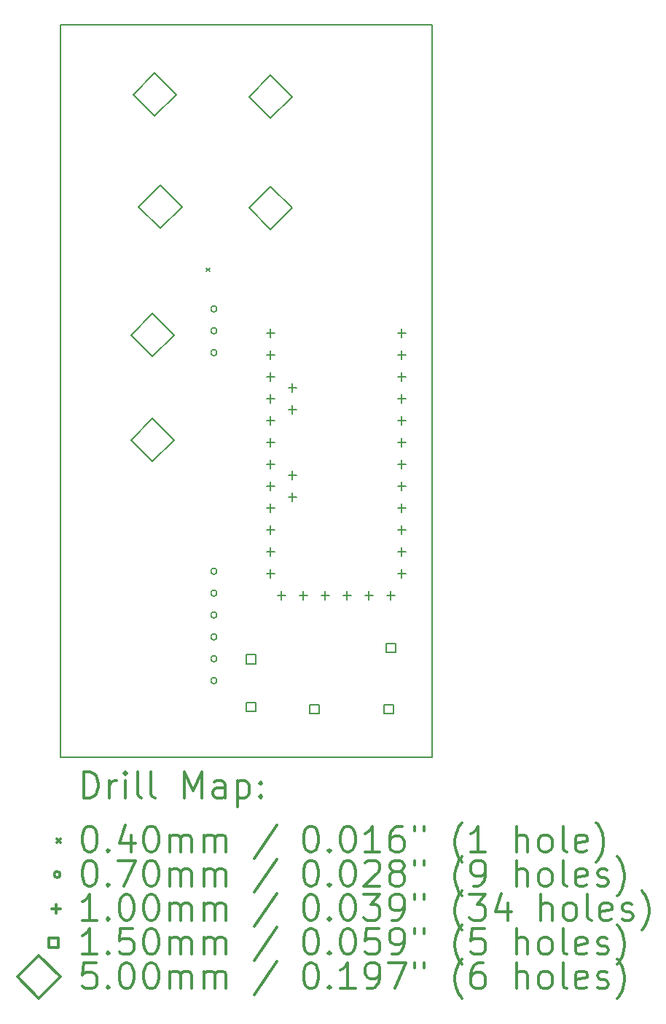
<source format=gbr>
%FSLAX45Y45*%
G04 Gerber Fmt 4.5, Leading zero omitted, Abs format (unit mm)*
G04 Created by KiCad (PCBNEW 4.0.7) date 06/11/18 13:52:26*
%MOMM*%
%LPD*%
G01*
G04 APERTURE LIST*
%ADD10C,0.127000*%
%ADD11C,0.150000*%
%ADD12C,0.200000*%
%ADD13C,0.300000*%
G04 APERTURE END LIST*
D10*
D11*
X11430000Y-14224000D02*
X11430000Y-14478000D01*
X15748000Y-14224000D02*
X15748000Y-14478000D01*
X11430000Y-5969000D02*
X11430000Y-6096000D01*
X15748000Y-5969000D02*
X11430000Y-5969000D01*
X15748000Y-14224000D02*
X15748000Y-5969000D01*
X11430000Y-14478000D02*
X15748000Y-14478000D01*
X11430000Y-6096000D02*
X11430000Y-14224000D01*
D12*
X13117500Y-8796000D02*
X13157500Y-8836000D01*
X13157500Y-8796000D02*
X13117500Y-8836000D01*
X13243000Y-9271000D02*
G75*
G03X13243000Y-9271000I-35000J0D01*
G01*
X13243000Y-9525000D02*
G75*
G03X13243000Y-9525000I-35000J0D01*
G01*
X13243000Y-9779000D02*
G75*
G03X13243000Y-9779000I-35000J0D01*
G01*
X13243000Y-12319000D02*
G75*
G03X13243000Y-12319000I-35000J0D01*
G01*
X13243000Y-12573000D02*
G75*
G03X13243000Y-12573000I-35000J0D01*
G01*
X13243000Y-12827000D02*
G75*
G03X13243000Y-12827000I-35000J0D01*
G01*
X13243000Y-13081000D02*
G75*
G03X13243000Y-13081000I-35000J0D01*
G01*
X13243000Y-13335000D02*
G75*
G03X13243000Y-13335000I-35000J0D01*
G01*
X13243000Y-13589000D02*
G75*
G03X13243000Y-13589000I-35000J0D01*
G01*
X13868400Y-9500400D02*
X13868400Y-9600400D01*
X13818400Y-9550400D02*
X13918400Y-9550400D01*
X13868400Y-9754400D02*
X13868400Y-9854400D01*
X13818400Y-9804400D02*
X13918400Y-9804400D01*
X13868400Y-10008400D02*
X13868400Y-10108400D01*
X13818400Y-10058400D02*
X13918400Y-10058400D01*
X13868400Y-10262400D02*
X13868400Y-10362400D01*
X13818400Y-10312400D02*
X13918400Y-10312400D01*
X13868400Y-10516400D02*
X13868400Y-10616400D01*
X13818400Y-10566400D02*
X13918400Y-10566400D01*
X13868400Y-10770400D02*
X13868400Y-10870400D01*
X13818400Y-10820400D02*
X13918400Y-10820400D01*
X13868400Y-11024400D02*
X13868400Y-11124400D01*
X13818400Y-11074400D02*
X13918400Y-11074400D01*
X13868400Y-11278400D02*
X13868400Y-11378400D01*
X13818400Y-11328400D02*
X13918400Y-11328400D01*
X13868400Y-11532400D02*
X13868400Y-11632400D01*
X13818400Y-11582400D02*
X13918400Y-11582400D01*
X13868400Y-11786400D02*
X13868400Y-11886400D01*
X13818400Y-11836400D02*
X13918400Y-11836400D01*
X13868400Y-12040400D02*
X13868400Y-12140400D01*
X13818400Y-12090400D02*
X13918400Y-12090400D01*
X13868400Y-12294400D02*
X13868400Y-12394400D01*
X13818400Y-12344400D02*
X13918400Y-12344400D01*
X13995400Y-12548400D02*
X13995400Y-12648400D01*
X13945400Y-12598400D02*
X14045400Y-12598400D01*
X14122400Y-10135400D02*
X14122400Y-10235400D01*
X14072400Y-10185400D02*
X14172400Y-10185400D01*
X14122400Y-10389400D02*
X14122400Y-10489400D01*
X14072400Y-10439400D02*
X14172400Y-10439400D01*
X14122400Y-11151400D02*
X14122400Y-11251400D01*
X14072400Y-11201400D02*
X14172400Y-11201400D01*
X14122400Y-11405400D02*
X14122400Y-11505400D01*
X14072400Y-11455400D02*
X14172400Y-11455400D01*
X14249400Y-12548400D02*
X14249400Y-12648400D01*
X14199400Y-12598400D02*
X14299400Y-12598400D01*
X14503400Y-12548400D02*
X14503400Y-12648400D01*
X14453400Y-12598400D02*
X14553400Y-12598400D01*
X14757400Y-12548400D02*
X14757400Y-12648400D01*
X14707400Y-12598400D02*
X14807400Y-12598400D01*
X15011400Y-12548400D02*
X15011400Y-12648400D01*
X14961400Y-12598400D02*
X15061400Y-12598400D01*
X15265400Y-12548400D02*
X15265400Y-12648400D01*
X15215400Y-12598400D02*
X15315400Y-12598400D01*
X15392400Y-9500400D02*
X15392400Y-9600400D01*
X15342400Y-9550400D02*
X15442400Y-9550400D01*
X15392400Y-9754400D02*
X15392400Y-9854400D01*
X15342400Y-9804400D02*
X15442400Y-9804400D01*
X15392400Y-10008400D02*
X15392400Y-10108400D01*
X15342400Y-10058400D02*
X15442400Y-10058400D01*
X15392400Y-10262400D02*
X15392400Y-10362400D01*
X15342400Y-10312400D02*
X15442400Y-10312400D01*
X15392400Y-10516400D02*
X15392400Y-10616400D01*
X15342400Y-10566400D02*
X15442400Y-10566400D01*
X15392400Y-10770400D02*
X15392400Y-10870400D01*
X15342400Y-10820400D02*
X15442400Y-10820400D01*
X15392400Y-11024400D02*
X15392400Y-11124400D01*
X15342400Y-11074400D02*
X15442400Y-11074400D01*
X15392400Y-11278400D02*
X15392400Y-11378400D01*
X15342400Y-11328400D02*
X15442400Y-11328400D01*
X15392400Y-11532400D02*
X15392400Y-11632400D01*
X15342400Y-11582400D02*
X15442400Y-11582400D01*
X15392400Y-11786400D02*
X15392400Y-11886400D01*
X15342400Y-11836400D02*
X15442400Y-11836400D01*
X15392400Y-12040400D02*
X15392400Y-12140400D01*
X15342400Y-12090400D02*
X15442400Y-12090400D01*
X15392400Y-12294400D02*
X15392400Y-12394400D01*
X15342400Y-12344400D02*
X15442400Y-12344400D01*
X13692874Y-13394424D02*
X13692874Y-13288276D01*
X13586726Y-13288276D01*
X13586726Y-13394424D01*
X13692874Y-13394424D01*
X13692874Y-13946874D02*
X13692874Y-13840726D01*
X13586726Y-13840726D01*
X13586726Y-13946874D01*
X13692874Y-13946874D01*
X14429474Y-13972274D02*
X14429474Y-13866126D01*
X14323326Y-13866126D01*
X14323326Y-13972274D01*
X14429474Y-13972274D01*
X15293074Y-13972274D02*
X15293074Y-13866126D01*
X15186926Y-13866126D01*
X15186926Y-13972274D01*
X15293074Y-13972274D01*
X15318474Y-13261074D02*
X15318474Y-13154926D01*
X15212326Y-13154926D01*
X15212326Y-13261074D01*
X15318474Y-13261074D01*
X12496800Y-9825800D02*
X12746800Y-9575800D01*
X12496800Y-9325800D01*
X12246800Y-9575800D01*
X12496800Y-9825800D01*
X12496800Y-11045000D02*
X12746800Y-10795000D01*
X12496800Y-10545000D01*
X12246800Y-10795000D01*
X12496800Y-11045000D01*
X12522200Y-7031800D02*
X12772200Y-6781800D01*
X12522200Y-6531800D01*
X12272200Y-6781800D01*
X12522200Y-7031800D01*
X12585700Y-8333550D02*
X12835700Y-8083550D01*
X12585700Y-7833550D01*
X12335700Y-8083550D01*
X12585700Y-8333550D01*
X13868400Y-7057200D02*
X14118400Y-6807200D01*
X13868400Y-6557200D01*
X13618400Y-6807200D01*
X13868400Y-7057200D01*
X13868400Y-8346250D02*
X14118400Y-8096250D01*
X13868400Y-7846250D01*
X13618400Y-8096250D01*
X13868400Y-8346250D01*
D13*
X11693928Y-14951214D02*
X11693928Y-14651214D01*
X11765357Y-14651214D01*
X11808214Y-14665500D01*
X11836786Y-14694071D01*
X11851071Y-14722643D01*
X11865357Y-14779786D01*
X11865357Y-14822643D01*
X11851071Y-14879786D01*
X11836786Y-14908357D01*
X11808214Y-14936929D01*
X11765357Y-14951214D01*
X11693928Y-14951214D01*
X11993928Y-14951214D02*
X11993928Y-14751214D01*
X11993928Y-14808357D02*
X12008214Y-14779786D01*
X12022500Y-14765500D01*
X12051071Y-14751214D01*
X12079643Y-14751214D01*
X12179643Y-14951214D02*
X12179643Y-14751214D01*
X12179643Y-14651214D02*
X12165357Y-14665500D01*
X12179643Y-14679786D01*
X12193928Y-14665500D01*
X12179643Y-14651214D01*
X12179643Y-14679786D01*
X12365357Y-14951214D02*
X12336786Y-14936929D01*
X12322500Y-14908357D01*
X12322500Y-14651214D01*
X12522500Y-14951214D02*
X12493928Y-14936929D01*
X12479643Y-14908357D01*
X12479643Y-14651214D01*
X12865357Y-14951214D02*
X12865357Y-14651214D01*
X12965357Y-14865500D01*
X13065357Y-14651214D01*
X13065357Y-14951214D01*
X13336786Y-14951214D02*
X13336786Y-14794071D01*
X13322500Y-14765500D01*
X13293928Y-14751214D01*
X13236786Y-14751214D01*
X13208214Y-14765500D01*
X13336786Y-14936929D02*
X13308214Y-14951214D01*
X13236786Y-14951214D01*
X13208214Y-14936929D01*
X13193928Y-14908357D01*
X13193928Y-14879786D01*
X13208214Y-14851214D01*
X13236786Y-14836929D01*
X13308214Y-14836929D01*
X13336786Y-14822643D01*
X13479643Y-14751214D02*
X13479643Y-15051214D01*
X13479643Y-14765500D02*
X13508214Y-14751214D01*
X13565357Y-14751214D01*
X13593928Y-14765500D01*
X13608214Y-14779786D01*
X13622500Y-14808357D01*
X13622500Y-14894071D01*
X13608214Y-14922643D01*
X13593928Y-14936929D01*
X13565357Y-14951214D01*
X13508214Y-14951214D01*
X13479643Y-14936929D01*
X13751071Y-14922643D02*
X13765357Y-14936929D01*
X13751071Y-14951214D01*
X13736786Y-14936929D01*
X13751071Y-14922643D01*
X13751071Y-14951214D01*
X13751071Y-14765500D02*
X13765357Y-14779786D01*
X13751071Y-14794071D01*
X13736786Y-14779786D01*
X13751071Y-14765500D01*
X13751071Y-14794071D01*
X11382500Y-15425500D02*
X11422500Y-15465500D01*
X11422500Y-15425500D02*
X11382500Y-15465500D01*
X11751071Y-15281214D02*
X11779643Y-15281214D01*
X11808214Y-15295500D01*
X11822500Y-15309786D01*
X11836786Y-15338357D01*
X11851071Y-15395500D01*
X11851071Y-15466929D01*
X11836786Y-15524071D01*
X11822500Y-15552643D01*
X11808214Y-15566929D01*
X11779643Y-15581214D01*
X11751071Y-15581214D01*
X11722500Y-15566929D01*
X11708214Y-15552643D01*
X11693928Y-15524071D01*
X11679643Y-15466929D01*
X11679643Y-15395500D01*
X11693928Y-15338357D01*
X11708214Y-15309786D01*
X11722500Y-15295500D01*
X11751071Y-15281214D01*
X11979643Y-15552643D02*
X11993928Y-15566929D01*
X11979643Y-15581214D01*
X11965357Y-15566929D01*
X11979643Y-15552643D01*
X11979643Y-15581214D01*
X12251071Y-15381214D02*
X12251071Y-15581214D01*
X12179643Y-15266929D02*
X12108214Y-15481214D01*
X12293928Y-15481214D01*
X12465357Y-15281214D02*
X12493928Y-15281214D01*
X12522500Y-15295500D01*
X12536786Y-15309786D01*
X12551071Y-15338357D01*
X12565357Y-15395500D01*
X12565357Y-15466929D01*
X12551071Y-15524071D01*
X12536786Y-15552643D01*
X12522500Y-15566929D01*
X12493928Y-15581214D01*
X12465357Y-15581214D01*
X12436786Y-15566929D01*
X12422500Y-15552643D01*
X12408214Y-15524071D01*
X12393928Y-15466929D01*
X12393928Y-15395500D01*
X12408214Y-15338357D01*
X12422500Y-15309786D01*
X12436786Y-15295500D01*
X12465357Y-15281214D01*
X12693928Y-15581214D02*
X12693928Y-15381214D01*
X12693928Y-15409786D02*
X12708214Y-15395500D01*
X12736786Y-15381214D01*
X12779643Y-15381214D01*
X12808214Y-15395500D01*
X12822500Y-15424071D01*
X12822500Y-15581214D01*
X12822500Y-15424071D02*
X12836786Y-15395500D01*
X12865357Y-15381214D01*
X12908214Y-15381214D01*
X12936786Y-15395500D01*
X12951071Y-15424071D01*
X12951071Y-15581214D01*
X13093928Y-15581214D02*
X13093928Y-15381214D01*
X13093928Y-15409786D02*
X13108214Y-15395500D01*
X13136786Y-15381214D01*
X13179643Y-15381214D01*
X13208214Y-15395500D01*
X13222500Y-15424071D01*
X13222500Y-15581214D01*
X13222500Y-15424071D02*
X13236786Y-15395500D01*
X13265357Y-15381214D01*
X13308214Y-15381214D01*
X13336786Y-15395500D01*
X13351071Y-15424071D01*
X13351071Y-15581214D01*
X13936786Y-15266929D02*
X13679643Y-15652643D01*
X14322500Y-15281214D02*
X14351071Y-15281214D01*
X14379643Y-15295500D01*
X14393928Y-15309786D01*
X14408214Y-15338357D01*
X14422500Y-15395500D01*
X14422500Y-15466929D01*
X14408214Y-15524071D01*
X14393928Y-15552643D01*
X14379643Y-15566929D01*
X14351071Y-15581214D01*
X14322500Y-15581214D01*
X14293928Y-15566929D01*
X14279643Y-15552643D01*
X14265357Y-15524071D01*
X14251071Y-15466929D01*
X14251071Y-15395500D01*
X14265357Y-15338357D01*
X14279643Y-15309786D01*
X14293928Y-15295500D01*
X14322500Y-15281214D01*
X14551071Y-15552643D02*
X14565357Y-15566929D01*
X14551071Y-15581214D01*
X14536786Y-15566929D01*
X14551071Y-15552643D01*
X14551071Y-15581214D01*
X14751071Y-15281214D02*
X14779643Y-15281214D01*
X14808214Y-15295500D01*
X14822500Y-15309786D01*
X14836785Y-15338357D01*
X14851071Y-15395500D01*
X14851071Y-15466929D01*
X14836785Y-15524071D01*
X14822500Y-15552643D01*
X14808214Y-15566929D01*
X14779643Y-15581214D01*
X14751071Y-15581214D01*
X14722500Y-15566929D01*
X14708214Y-15552643D01*
X14693928Y-15524071D01*
X14679643Y-15466929D01*
X14679643Y-15395500D01*
X14693928Y-15338357D01*
X14708214Y-15309786D01*
X14722500Y-15295500D01*
X14751071Y-15281214D01*
X15136785Y-15581214D02*
X14965357Y-15581214D01*
X15051071Y-15581214D02*
X15051071Y-15281214D01*
X15022500Y-15324071D01*
X14993928Y-15352643D01*
X14965357Y-15366929D01*
X15393928Y-15281214D02*
X15336785Y-15281214D01*
X15308214Y-15295500D01*
X15293928Y-15309786D01*
X15265357Y-15352643D01*
X15251071Y-15409786D01*
X15251071Y-15524071D01*
X15265357Y-15552643D01*
X15279643Y-15566929D01*
X15308214Y-15581214D01*
X15365357Y-15581214D01*
X15393928Y-15566929D01*
X15408214Y-15552643D01*
X15422500Y-15524071D01*
X15422500Y-15452643D01*
X15408214Y-15424071D01*
X15393928Y-15409786D01*
X15365357Y-15395500D01*
X15308214Y-15395500D01*
X15279643Y-15409786D01*
X15265357Y-15424071D01*
X15251071Y-15452643D01*
X15536786Y-15281214D02*
X15536786Y-15338357D01*
X15651071Y-15281214D02*
X15651071Y-15338357D01*
X16093928Y-15695500D02*
X16079643Y-15681214D01*
X16051071Y-15638357D01*
X16036785Y-15609786D01*
X16022500Y-15566929D01*
X16008214Y-15495500D01*
X16008214Y-15438357D01*
X16022500Y-15366929D01*
X16036785Y-15324071D01*
X16051071Y-15295500D01*
X16079643Y-15252643D01*
X16093928Y-15238357D01*
X16365357Y-15581214D02*
X16193928Y-15581214D01*
X16279643Y-15581214D02*
X16279643Y-15281214D01*
X16251071Y-15324071D01*
X16222500Y-15352643D01*
X16193928Y-15366929D01*
X16722500Y-15581214D02*
X16722500Y-15281214D01*
X16851071Y-15581214D02*
X16851071Y-15424071D01*
X16836786Y-15395500D01*
X16808214Y-15381214D01*
X16765357Y-15381214D01*
X16736785Y-15395500D01*
X16722500Y-15409786D01*
X17036786Y-15581214D02*
X17008214Y-15566929D01*
X16993928Y-15552643D01*
X16979643Y-15524071D01*
X16979643Y-15438357D01*
X16993928Y-15409786D01*
X17008214Y-15395500D01*
X17036786Y-15381214D01*
X17079643Y-15381214D01*
X17108214Y-15395500D01*
X17122500Y-15409786D01*
X17136786Y-15438357D01*
X17136786Y-15524071D01*
X17122500Y-15552643D01*
X17108214Y-15566929D01*
X17079643Y-15581214D01*
X17036786Y-15581214D01*
X17308214Y-15581214D02*
X17279643Y-15566929D01*
X17265357Y-15538357D01*
X17265357Y-15281214D01*
X17536786Y-15566929D02*
X17508214Y-15581214D01*
X17451071Y-15581214D01*
X17422500Y-15566929D01*
X17408214Y-15538357D01*
X17408214Y-15424071D01*
X17422500Y-15395500D01*
X17451071Y-15381214D01*
X17508214Y-15381214D01*
X17536786Y-15395500D01*
X17551071Y-15424071D01*
X17551071Y-15452643D01*
X17408214Y-15481214D01*
X17651071Y-15695500D02*
X17665357Y-15681214D01*
X17693929Y-15638357D01*
X17708214Y-15609786D01*
X17722500Y-15566929D01*
X17736786Y-15495500D01*
X17736786Y-15438357D01*
X17722500Y-15366929D01*
X17708214Y-15324071D01*
X17693929Y-15295500D01*
X17665357Y-15252643D01*
X17651071Y-15238357D01*
X11422500Y-15841500D02*
G75*
G03X11422500Y-15841500I-35000J0D01*
G01*
X11751071Y-15677214D02*
X11779643Y-15677214D01*
X11808214Y-15691500D01*
X11822500Y-15705786D01*
X11836786Y-15734357D01*
X11851071Y-15791500D01*
X11851071Y-15862929D01*
X11836786Y-15920071D01*
X11822500Y-15948643D01*
X11808214Y-15962929D01*
X11779643Y-15977214D01*
X11751071Y-15977214D01*
X11722500Y-15962929D01*
X11708214Y-15948643D01*
X11693928Y-15920071D01*
X11679643Y-15862929D01*
X11679643Y-15791500D01*
X11693928Y-15734357D01*
X11708214Y-15705786D01*
X11722500Y-15691500D01*
X11751071Y-15677214D01*
X11979643Y-15948643D02*
X11993928Y-15962929D01*
X11979643Y-15977214D01*
X11965357Y-15962929D01*
X11979643Y-15948643D01*
X11979643Y-15977214D01*
X12093928Y-15677214D02*
X12293928Y-15677214D01*
X12165357Y-15977214D01*
X12465357Y-15677214D02*
X12493928Y-15677214D01*
X12522500Y-15691500D01*
X12536786Y-15705786D01*
X12551071Y-15734357D01*
X12565357Y-15791500D01*
X12565357Y-15862929D01*
X12551071Y-15920071D01*
X12536786Y-15948643D01*
X12522500Y-15962929D01*
X12493928Y-15977214D01*
X12465357Y-15977214D01*
X12436786Y-15962929D01*
X12422500Y-15948643D01*
X12408214Y-15920071D01*
X12393928Y-15862929D01*
X12393928Y-15791500D01*
X12408214Y-15734357D01*
X12422500Y-15705786D01*
X12436786Y-15691500D01*
X12465357Y-15677214D01*
X12693928Y-15977214D02*
X12693928Y-15777214D01*
X12693928Y-15805786D02*
X12708214Y-15791500D01*
X12736786Y-15777214D01*
X12779643Y-15777214D01*
X12808214Y-15791500D01*
X12822500Y-15820071D01*
X12822500Y-15977214D01*
X12822500Y-15820071D02*
X12836786Y-15791500D01*
X12865357Y-15777214D01*
X12908214Y-15777214D01*
X12936786Y-15791500D01*
X12951071Y-15820071D01*
X12951071Y-15977214D01*
X13093928Y-15977214D02*
X13093928Y-15777214D01*
X13093928Y-15805786D02*
X13108214Y-15791500D01*
X13136786Y-15777214D01*
X13179643Y-15777214D01*
X13208214Y-15791500D01*
X13222500Y-15820071D01*
X13222500Y-15977214D01*
X13222500Y-15820071D02*
X13236786Y-15791500D01*
X13265357Y-15777214D01*
X13308214Y-15777214D01*
X13336786Y-15791500D01*
X13351071Y-15820071D01*
X13351071Y-15977214D01*
X13936786Y-15662929D02*
X13679643Y-16048643D01*
X14322500Y-15677214D02*
X14351071Y-15677214D01*
X14379643Y-15691500D01*
X14393928Y-15705786D01*
X14408214Y-15734357D01*
X14422500Y-15791500D01*
X14422500Y-15862929D01*
X14408214Y-15920071D01*
X14393928Y-15948643D01*
X14379643Y-15962929D01*
X14351071Y-15977214D01*
X14322500Y-15977214D01*
X14293928Y-15962929D01*
X14279643Y-15948643D01*
X14265357Y-15920071D01*
X14251071Y-15862929D01*
X14251071Y-15791500D01*
X14265357Y-15734357D01*
X14279643Y-15705786D01*
X14293928Y-15691500D01*
X14322500Y-15677214D01*
X14551071Y-15948643D02*
X14565357Y-15962929D01*
X14551071Y-15977214D01*
X14536786Y-15962929D01*
X14551071Y-15948643D01*
X14551071Y-15977214D01*
X14751071Y-15677214D02*
X14779643Y-15677214D01*
X14808214Y-15691500D01*
X14822500Y-15705786D01*
X14836785Y-15734357D01*
X14851071Y-15791500D01*
X14851071Y-15862929D01*
X14836785Y-15920071D01*
X14822500Y-15948643D01*
X14808214Y-15962929D01*
X14779643Y-15977214D01*
X14751071Y-15977214D01*
X14722500Y-15962929D01*
X14708214Y-15948643D01*
X14693928Y-15920071D01*
X14679643Y-15862929D01*
X14679643Y-15791500D01*
X14693928Y-15734357D01*
X14708214Y-15705786D01*
X14722500Y-15691500D01*
X14751071Y-15677214D01*
X14965357Y-15705786D02*
X14979643Y-15691500D01*
X15008214Y-15677214D01*
X15079643Y-15677214D01*
X15108214Y-15691500D01*
X15122500Y-15705786D01*
X15136785Y-15734357D01*
X15136785Y-15762929D01*
X15122500Y-15805786D01*
X14951071Y-15977214D01*
X15136785Y-15977214D01*
X15308214Y-15805786D02*
X15279643Y-15791500D01*
X15265357Y-15777214D01*
X15251071Y-15748643D01*
X15251071Y-15734357D01*
X15265357Y-15705786D01*
X15279643Y-15691500D01*
X15308214Y-15677214D01*
X15365357Y-15677214D01*
X15393928Y-15691500D01*
X15408214Y-15705786D01*
X15422500Y-15734357D01*
X15422500Y-15748643D01*
X15408214Y-15777214D01*
X15393928Y-15791500D01*
X15365357Y-15805786D01*
X15308214Y-15805786D01*
X15279643Y-15820071D01*
X15265357Y-15834357D01*
X15251071Y-15862929D01*
X15251071Y-15920071D01*
X15265357Y-15948643D01*
X15279643Y-15962929D01*
X15308214Y-15977214D01*
X15365357Y-15977214D01*
X15393928Y-15962929D01*
X15408214Y-15948643D01*
X15422500Y-15920071D01*
X15422500Y-15862929D01*
X15408214Y-15834357D01*
X15393928Y-15820071D01*
X15365357Y-15805786D01*
X15536786Y-15677214D02*
X15536786Y-15734357D01*
X15651071Y-15677214D02*
X15651071Y-15734357D01*
X16093928Y-16091500D02*
X16079643Y-16077214D01*
X16051071Y-16034357D01*
X16036785Y-16005786D01*
X16022500Y-15962929D01*
X16008214Y-15891500D01*
X16008214Y-15834357D01*
X16022500Y-15762929D01*
X16036785Y-15720071D01*
X16051071Y-15691500D01*
X16079643Y-15648643D01*
X16093928Y-15634357D01*
X16222500Y-15977214D02*
X16279643Y-15977214D01*
X16308214Y-15962929D01*
X16322500Y-15948643D01*
X16351071Y-15905786D01*
X16365357Y-15848643D01*
X16365357Y-15734357D01*
X16351071Y-15705786D01*
X16336785Y-15691500D01*
X16308214Y-15677214D01*
X16251071Y-15677214D01*
X16222500Y-15691500D01*
X16208214Y-15705786D01*
X16193928Y-15734357D01*
X16193928Y-15805786D01*
X16208214Y-15834357D01*
X16222500Y-15848643D01*
X16251071Y-15862929D01*
X16308214Y-15862929D01*
X16336785Y-15848643D01*
X16351071Y-15834357D01*
X16365357Y-15805786D01*
X16722500Y-15977214D02*
X16722500Y-15677214D01*
X16851071Y-15977214D02*
X16851071Y-15820071D01*
X16836786Y-15791500D01*
X16808214Y-15777214D01*
X16765357Y-15777214D01*
X16736785Y-15791500D01*
X16722500Y-15805786D01*
X17036786Y-15977214D02*
X17008214Y-15962929D01*
X16993928Y-15948643D01*
X16979643Y-15920071D01*
X16979643Y-15834357D01*
X16993928Y-15805786D01*
X17008214Y-15791500D01*
X17036786Y-15777214D01*
X17079643Y-15777214D01*
X17108214Y-15791500D01*
X17122500Y-15805786D01*
X17136786Y-15834357D01*
X17136786Y-15920071D01*
X17122500Y-15948643D01*
X17108214Y-15962929D01*
X17079643Y-15977214D01*
X17036786Y-15977214D01*
X17308214Y-15977214D02*
X17279643Y-15962929D01*
X17265357Y-15934357D01*
X17265357Y-15677214D01*
X17536786Y-15962929D02*
X17508214Y-15977214D01*
X17451071Y-15977214D01*
X17422500Y-15962929D01*
X17408214Y-15934357D01*
X17408214Y-15820071D01*
X17422500Y-15791500D01*
X17451071Y-15777214D01*
X17508214Y-15777214D01*
X17536786Y-15791500D01*
X17551071Y-15820071D01*
X17551071Y-15848643D01*
X17408214Y-15877214D01*
X17665357Y-15962929D02*
X17693929Y-15977214D01*
X17751071Y-15977214D01*
X17779643Y-15962929D01*
X17793929Y-15934357D01*
X17793929Y-15920071D01*
X17779643Y-15891500D01*
X17751071Y-15877214D01*
X17708214Y-15877214D01*
X17679643Y-15862929D01*
X17665357Y-15834357D01*
X17665357Y-15820071D01*
X17679643Y-15791500D01*
X17708214Y-15777214D01*
X17751071Y-15777214D01*
X17779643Y-15791500D01*
X17893928Y-16091500D02*
X17908214Y-16077214D01*
X17936786Y-16034357D01*
X17951071Y-16005786D01*
X17965357Y-15962929D01*
X17979643Y-15891500D01*
X17979643Y-15834357D01*
X17965357Y-15762929D01*
X17951071Y-15720071D01*
X17936786Y-15691500D01*
X17908214Y-15648643D01*
X17893928Y-15634357D01*
X11372500Y-16187500D02*
X11372500Y-16287500D01*
X11322500Y-16237500D02*
X11422500Y-16237500D01*
X11851071Y-16373214D02*
X11679643Y-16373214D01*
X11765357Y-16373214D02*
X11765357Y-16073214D01*
X11736786Y-16116071D01*
X11708214Y-16144643D01*
X11679643Y-16158929D01*
X11979643Y-16344643D02*
X11993928Y-16358929D01*
X11979643Y-16373214D01*
X11965357Y-16358929D01*
X11979643Y-16344643D01*
X11979643Y-16373214D01*
X12179643Y-16073214D02*
X12208214Y-16073214D01*
X12236786Y-16087500D01*
X12251071Y-16101786D01*
X12265357Y-16130357D01*
X12279643Y-16187500D01*
X12279643Y-16258929D01*
X12265357Y-16316071D01*
X12251071Y-16344643D01*
X12236786Y-16358929D01*
X12208214Y-16373214D01*
X12179643Y-16373214D01*
X12151071Y-16358929D01*
X12136786Y-16344643D01*
X12122500Y-16316071D01*
X12108214Y-16258929D01*
X12108214Y-16187500D01*
X12122500Y-16130357D01*
X12136786Y-16101786D01*
X12151071Y-16087500D01*
X12179643Y-16073214D01*
X12465357Y-16073214D02*
X12493928Y-16073214D01*
X12522500Y-16087500D01*
X12536786Y-16101786D01*
X12551071Y-16130357D01*
X12565357Y-16187500D01*
X12565357Y-16258929D01*
X12551071Y-16316071D01*
X12536786Y-16344643D01*
X12522500Y-16358929D01*
X12493928Y-16373214D01*
X12465357Y-16373214D01*
X12436786Y-16358929D01*
X12422500Y-16344643D01*
X12408214Y-16316071D01*
X12393928Y-16258929D01*
X12393928Y-16187500D01*
X12408214Y-16130357D01*
X12422500Y-16101786D01*
X12436786Y-16087500D01*
X12465357Y-16073214D01*
X12693928Y-16373214D02*
X12693928Y-16173214D01*
X12693928Y-16201786D02*
X12708214Y-16187500D01*
X12736786Y-16173214D01*
X12779643Y-16173214D01*
X12808214Y-16187500D01*
X12822500Y-16216071D01*
X12822500Y-16373214D01*
X12822500Y-16216071D02*
X12836786Y-16187500D01*
X12865357Y-16173214D01*
X12908214Y-16173214D01*
X12936786Y-16187500D01*
X12951071Y-16216071D01*
X12951071Y-16373214D01*
X13093928Y-16373214D02*
X13093928Y-16173214D01*
X13093928Y-16201786D02*
X13108214Y-16187500D01*
X13136786Y-16173214D01*
X13179643Y-16173214D01*
X13208214Y-16187500D01*
X13222500Y-16216071D01*
X13222500Y-16373214D01*
X13222500Y-16216071D02*
X13236786Y-16187500D01*
X13265357Y-16173214D01*
X13308214Y-16173214D01*
X13336786Y-16187500D01*
X13351071Y-16216071D01*
X13351071Y-16373214D01*
X13936786Y-16058929D02*
X13679643Y-16444643D01*
X14322500Y-16073214D02*
X14351071Y-16073214D01*
X14379643Y-16087500D01*
X14393928Y-16101786D01*
X14408214Y-16130357D01*
X14422500Y-16187500D01*
X14422500Y-16258929D01*
X14408214Y-16316071D01*
X14393928Y-16344643D01*
X14379643Y-16358929D01*
X14351071Y-16373214D01*
X14322500Y-16373214D01*
X14293928Y-16358929D01*
X14279643Y-16344643D01*
X14265357Y-16316071D01*
X14251071Y-16258929D01*
X14251071Y-16187500D01*
X14265357Y-16130357D01*
X14279643Y-16101786D01*
X14293928Y-16087500D01*
X14322500Y-16073214D01*
X14551071Y-16344643D02*
X14565357Y-16358929D01*
X14551071Y-16373214D01*
X14536786Y-16358929D01*
X14551071Y-16344643D01*
X14551071Y-16373214D01*
X14751071Y-16073214D02*
X14779643Y-16073214D01*
X14808214Y-16087500D01*
X14822500Y-16101786D01*
X14836785Y-16130357D01*
X14851071Y-16187500D01*
X14851071Y-16258929D01*
X14836785Y-16316071D01*
X14822500Y-16344643D01*
X14808214Y-16358929D01*
X14779643Y-16373214D01*
X14751071Y-16373214D01*
X14722500Y-16358929D01*
X14708214Y-16344643D01*
X14693928Y-16316071D01*
X14679643Y-16258929D01*
X14679643Y-16187500D01*
X14693928Y-16130357D01*
X14708214Y-16101786D01*
X14722500Y-16087500D01*
X14751071Y-16073214D01*
X14951071Y-16073214D02*
X15136785Y-16073214D01*
X15036785Y-16187500D01*
X15079643Y-16187500D01*
X15108214Y-16201786D01*
X15122500Y-16216071D01*
X15136785Y-16244643D01*
X15136785Y-16316071D01*
X15122500Y-16344643D01*
X15108214Y-16358929D01*
X15079643Y-16373214D01*
X14993928Y-16373214D01*
X14965357Y-16358929D01*
X14951071Y-16344643D01*
X15279643Y-16373214D02*
X15336785Y-16373214D01*
X15365357Y-16358929D01*
X15379643Y-16344643D01*
X15408214Y-16301786D01*
X15422500Y-16244643D01*
X15422500Y-16130357D01*
X15408214Y-16101786D01*
X15393928Y-16087500D01*
X15365357Y-16073214D01*
X15308214Y-16073214D01*
X15279643Y-16087500D01*
X15265357Y-16101786D01*
X15251071Y-16130357D01*
X15251071Y-16201786D01*
X15265357Y-16230357D01*
X15279643Y-16244643D01*
X15308214Y-16258929D01*
X15365357Y-16258929D01*
X15393928Y-16244643D01*
X15408214Y-16230357D01*
X15422500Y-16201786D01*
X15536786Y-16073214D02*
X15536786Y-16130357D01*
X15651071Y-16073214D02*
X15651071Y-16130357D01*
X16093928Y-16487500D02*
X16079643Y-16473214D01*
X16051071Y-16430357D01*
X16036785Y-16401786D01*
X16022500Y-16358929D01*
X16008214Y-16287500D01*
X16008214Y-16230357D01*
X16022500Y-16158929D01*
X16036785Y-16116071D01*
X16051071Y-16087500D01*
X16079643Y-16044643D01*
X16093928Y-16030357D01*
X16179643Y-16073214D02*
X16365357Y-16073214D01*
X16265357Y-16187500D01*
X16308214Y-16187500D01*
X16336785Y-16201786D01*
X16351071Y-16216071D01*
X16365357Y-16244643D01*
X16365357Y-16316071D01*
X16351071Y-16344643D01*
X16336785Y-16358929D01*
X16308214Y-16373214D01*
X16222500Y-16373214D01*
X16193928Y-16358929D01*
X16179643Y-16344643D01*
X16622500Y-16173214D02*
X16622500Y-16373214D01*
X16551071Y-16058929D02*
X16479643Y-16273214D01*
X16665357Y-16273214D01*
X17008214Y-16373214D02*
X17008214Y-16073214D01*
X17136786Y-16373214D02*
X17136786Y-16216071D01*
X17122500Y-16187500D01*
X17093928Y-16173214D01*
X17051071Y-16173214D01*
X17022500Y-16187500D01*
X17008214Y-16201786D01*
X17322500Y-16373214D02*
X17293928Y-16358929D01*
X17279643Y-16344643D01*
X17265357Y-16316071D01*
X17265357Y-16230357D01*
X17279643Y-16201786D01*
X17293928Y-16187500D01*
X17322500Y-16173214D01*
X17365357Y-16173214D01*
X17393928Y-16187500D01*
X17408214Y-16201786D01*
X17422500Y-16230357D01*
X17422500Y-16316071D01*
X17408214Y-16344643D01*
X17393928Y-16358929D01*
X17365357Y-16373214D01*
X17322500Y-16373214D01*
X17593928Y-16373214D02*
X17565357Y-16358929D01*
X17551071Y-16330357D01*
X17551071Y-16073214D01*
X17822500Y-16358929D02*
X17793929Y-16373214D01*
X17736786Y-16373214D01*
X17708214Y-16358929D01*
X17693929Y-16330357D01*
X17693929Y-16216071D01*
X17708214Y-16187500D01*
X17736786Y-16173214D01*
X17793929Y-16173214D01*
X17822500Y-16187500D01*
X17836786Y-16216071D01*
X17836786Y-16244643D01*
X17693929Y-16273214D01*
X17951071Y-16358929D02*
X17979643Y-16373214D01*
X18036786Y-16373214D01*
X18065357Y-16358929D01*
X18079643Y-16330357D01*
X18079643Y-16316071D01*
X18065357Y-16287500D01*
X18036786Y-16273214D01*
X17993929Y-16273214D01*
X17965357Y-16258929D01*
X17951071Y-16230357D01*
X17951071Y-16216071D01*
X17965357Y-16187500D01*
X17993929Y-16173214D01*
X18036786Y-16173214D01*
X18065357Y-16187500D01*
X18179643Y-16487500D02*
X18193929Y-16473214D01*
X18222500Y-16430357D01*
X18236786Y-16401786D01*
X18251071Y-16358929D01*
X18265357Y-16287500D01*
X18265357Y-16230357D01*
X18251071Y-16158929D01*
X18236786Y-16116071D01*
X18222500Y-16087500D01*
X18193929Y-16044643D01*
X18179643Y-16030357D01*
X11400517Y-16686574D02*
X11400517Y-16580426D01*
X11294369Y-16580426D01*
X11294369Y-16686574D01*
X11400517Y-16686574D01*
X11851071Y-16769214D02*
X11679643Y-16769214D01*
X11765357Y-16769214D02*
X11765357Y-16469214D01*
X11736786Y-16512071D01*
X11708214Y-16540643D01*
X11679643Y-16554929D01*
X11979643Y-16740643D02*
X11993928Y-16754929D01*
X11979643Y-16769214D01*
X11965357Y-16754929D01*
X11979643Y-16740643D01*
X11979643Y-16769214D01*
X12265357Y-16469214D02*
X12122500Y-16469214D01*
X12108214Y-16612071D01*
X12122500Y-16597786D01*
X12151071Y-16583500D01*
X12222500Y-16583500D01*
X12251071Y-16597786D01*
X12265357Y-16612071D01*
X12279643Y-16640643D01*
X12279643Y-16712071D01*
X12265357Y-16740643D01*
X12251071Y-16754929D01*
X12222500Y-16769214D01*
X12151071Y-16769214D01*
X12122500Y-16754929D01*
X12108214Y-16740643D01*
X12465357Y-16469214D02*
X12493928Y-16469214D01*
X12522500Y-16483500D01*
X12536786Y-16497786D01*
X12551071Y-16526357D01*
X12565357Y-16583500D01*
X12565357Y-16654929D01*
X12551071Y-16712071D01*
X12536786Y-16740643D01*
X12522500Y-16754929D01*
X12493928Y-16769214D01*
X12465357Y-16769214D01*
X12436786Y-16754929D01*
X12422500Y-16740643D01*
X12408214Y-16712071D01*
X12393928Y-16654929D01*
X12393928Y-16583500D01*
X12408214Y-16526357D01*
X12422500Y-16497786D01*
X12436786Y-16483500D01*
X12465357Y-16469214D01*
X12693928Y-16769214D02*
X12693928Y-16569214D01*
X12693928Y-16597786D02*
X12708214Y-16583500D01*
X12736786Y-16569214D01*
X12779643Y-16569214D01*
X12808214Y-16583500D01*
X12822500Y-16612071D01*
X12822500Y-16769214D01*
X12822500Y-16612071D02*
X12836786Y-16583500D01*
X12865357Y-16569214D01*
X12908214Y-16569214D01*
X12936786Y-16583500D01*
X12951071Y-16612071D01*
X12951071Y-16769214D01*
X13093928Y-16769214D02*
X13093928Y-16569214D01*
X13093928Y-16597786D02*
X13108214Y-16583500D01*
X13136786Y-16569214D01*
X13179643Y-16569214D01*
X13208214Y-16583500D01*
X13222500Y-16612071D01*
X13222500Y-16769214D01*
X13222500Y-16612071D02*
X13236786Y-16583500D01*
X13265357Y-16569214D01*
X13308214Y-16569214D01*
X13336786Y-16583500D01*
X13351071Y-16612071D01*
X13351071Y-16769214D01*
X13936786Y-16454929D02*
X13679643Y-16840643D01*
X14322500Y-16469214D02*
X14351071Y-16469214D01*
X14379643Y-16483500D01*
X14393928Y-16497786D01*
X14408214Y-16526357D01*
X14422500Y-16583500D01*
X14422500Y-16654929D01*
X14408214Y-16712071D01*
X14393928Y-16740643D01*
X14379643Y-16754929D01*
X14351071Y-16769214D01*
X14322500Y-16769214D01*
X14293928Y-16754929D01*
X14279643Y-16740643D01*
X14265357Y-16712071D01*
X14251071Y-16654929D01*
X14251071Y-16583500D01*
X14265357Y-16526357D01*
X14279643Y-16497786D01*
X14293928Y-16483500D01*
X14322500Y-16469214D01*
X14551071Y-16740643D02*
X14565357Y-16754929D01*
X14551071Y-16769214D01*
X14536786Y-16754929D01*
X14551071Y-16740643D01*
X14551071Y-16769214D01*
X14751071Y-16469214D02*
X14779643Y-16469214D01*
X14808214Y-16483500D01*
X14822500Y-16497786D01*
X14836785Y-16526357D01*
X14851071Y-16583500D01*
X14851071Y-16654929D01*
X14836785Y-16712071D01*
X14822500Y-16740643D01*
X14808214Y-16754929D01*
X14779643Y-16769214D01*
X14751071Y-16769214D01*
X14722500Y-16754929D01*
X14708214Y-16740643D01*
X14693928Y-16712071D01*
X14679643Y-16654929D01*
X14679643Y-16583500D01*
X14693928Y-16526357D01*
X14708214Y-16497786D01*
X14722500Y-16483500D01*
X14751071Y-16469214D01*
X15122500Y-16469214D02*
X14979643Y-16469214D01*
X14965357Y-16612071D01*
X14979643Y-16597786D01*
X15008214Y-16583500D01*
X15079643Y-16583500D01*
X15108214Y-16597786D01*
X15122500Y-16612071D01*
X15136785Y-16640643D01*
X15136785Y-16712071D01*
X15122500Y-16740643D01*
X15108214Y-16754929D01*
X15079643Y-16769214D01*
X15008214Y-16769214D01*
X14979643Y-16754929D01*
X14965357Y-16740643D01*
X15279643Y-16769214D02*
X15336785Y-16769214D01*
X15365357Y-16754929D01*
X15379643Y-16740643D01*
X15408214Y-16697786D01*
X15422500Y-16640643D01*
X15422500Y-16526357D01*
X15408214Y-16497786D01*
X15393928Y-16483500D01*
X15365357Y-16469214D01*
X15308214Y-16469214D01*
X15279643Y-16483500D01*
X15265357Y-16497786D01*
X15251071Y-16526357D01*
X15251071Y-16597786D01*
X15265357Y-16626357D01*
X15279643Y-16640643D01*
X15308214Y-16654929D01*
X15365357Y-16654929D01*
X15393928Y-16640643D01*
X15408214Y-16626357D01*
X15422500Y-16597786D01*
X15536786Y-16469214D02*
X15536786Y-16526357D01*
X15651071Y-16469214D02*
X15651071Y-16526357D01*
X16093928Y-16883500D02*
X16079643Y-16869214D01*
X16051071Y-16826357D01*
X16036785Y-16797786D01*
X16022500Y-16754929D01*
X16008214Y-16683500D01*
X16008214Y-16626357D01*
X16022500Y-16554929D01*
X16036785Y-16512071D01*
X16051071Y-16483500D01*
X16079643Y-16440643D01*
X16093928Y-16426357D01*
X16351071Y-16469214D02*
X16208214Y-16469214D01*
X16193928Y-16612071D01*
X16208214Y-16597786D01*
X16236785Y-16583500D01*
X16308214Y-16583500D01*
X16336785Y-16597786D01*
X16351071Y-16612071D01*
X16365357Y-16640643D01*
X16365357Y-16712071D01*
X16351071Y-16740643D01*
X16336785Y-16754929D01*
X16308214Y-16769214D01*
X16236785Y-16769214D01*
X16208214Y-16754929D01*
X16193928Y-16740643D01*
X16722500Y-16769214D02*
X16722500Y-16469214D01*
X16851071Y-16769214D02*
X16851071Y-16612071D01*
X16836786Y-16583500D01*
X16808214Y-16569214D01*
X16765357Y-16569214D01*
X16736785Y-16583500D01*
X16722500Y-16597786D01*
X17036786Y-16769214D02*
X17008214Y-16754929D01*
X16993928Y-16740643D01*
X16979643Y-16712071D01*
X16979643Y-16626357D01*
X16993928Y-16597786D01*
X17008214Y-16583500D01*
X17036786Y-16569214D01*
X17079643Y-16569214D01*
X17108214Y-16583500D01*
X17122500Y-16597786D01*
X17136786Y-16626357D01*
X17136786Y-16712071D01*
X17122500Y-16740643D01*
X17108214Y-16754929D01*
X17079643Y-16769214D01*
X17036786Y-16769214D01*
X17308214Y-16769214D02*
X17279643Y-16754929D01*
X17265357Y-16726357D01*
X17265357Y-16469214D01*
X17536786Y-16754929D02*
X17508214Y-16769214D01*
X17451071Y-16769214D01*
X17422500Y-16754929D01*
X17408214Y-16726357D01*
X17408214Y-16612071D01*
X17422500Y-16583500D01*
X17451071Y-16569214D01*
X17508214Y-16569214D01*
X17536786Y-16583500D01*
X17551071Y-16612071D01*
X17551071Y-16640643D01*
X17408214Y-16669214D01*
X17665357Y-16754929D02*
X17693929Y-16769214D01*
X17751071Y-16769214D01*
X17779643Y-16754929D01*
X17793929Y-16726357D01*
X17793929Y-16712071D01*
X17779643Y-16683500D01*
X17751071Y-16669214D01*
X17708214Y-16669214D01*
X17679643Y-16654929D01*
X17665357Y-16626357D01*
X17665357Y-16612071D01*
X17679643Y-16583500D01*
X17708214Y-16569214D01*
X17751071Y-16569214D01*
X17779643Y-16583500D01*
X17893928Y-16883500D02*
X17908214Y-16869214D01*
X17936786Y-16826357D01*
X17951071Y-16797786D01*
X17965357Y-16754929D01*
X17979643Y-16683500D01*
X17979643Y-16626357D01*
X17965357Y-16554929D01*
X17951071Y-16512071D01*
X17936786Y-16483500D01*
X17908214Y-16440643D01*
X17893928Y-16426357D01*
X11172500Y-17279500D02*
X11422500Y-17029500D01*
X11172500Y-16779500D01*
X10922500Y-17029500D01*
X11172500Y-17279500D01*
X11836786Y-16865214D02*
X11693928Y-16865214D01*
X11679643Y-17008072D01*
X11693928Y-16993786D01*
X11722500Y-16979500D01*
X11793928Y-16979500D01*
X11822500Y-16993786D01*
X11836786Y-17008072D01*
X11851071Y-17036643D01*
X11851071Y-17108072D01*
X11836786Y-17136643D01*
X11822500Y-17150929D01*
X11793928Y-17165214D01*
X11722500Y-17165214D01*
X11693928Y-17150929D01*
X11679643Y-17136643D01*
X11979643Y-17136643D02*
X11993928Y-17150929D01*
X11979643Y-17165214D01*
X11965357Y-17150929D01*
X11979643Y-17136643D01*
X11979643Y-17165214D01*
X12179643Y-16865214D02*
X12208214Y-16865214D01*
X12236786Y-16879500D01*
X12251071Y-16893786D01*
X12265357Y-16922357D01*
X12279643Y-16979500D01*
X12279643Y-17050929D01*
X12265357Y-17108072D01*
X12251071Y-17136643D01*
X12236786Y-17150929D01*
X12208214Y-17165214D01*
X12179643Y-17165214D01*
X12151071Y-17150929D01*
X12136786Y-17136643D01*
X12122500Y-17108072D01*
X12108214Y-17050929D01*
X12108214Y-16979500D01*
X12122500Y-16922357D01*
X12136786Y-16893786D01*
X12151071Y-16879500D01*
X12179643Y-16865214D01*
X12465357Y-16865214D02*
X12493928Y-16865214D01*
X12522500Y-16879500D01*
X12536786Y-16893786D01*
X12551071Y-16922357D01*
X12565357Y-16979500D01*
X12565357Y-17050929D01*
X12551071Y-17108072D01*
X12536786Y-17136643D01*
X12522500Y-17150929D01*
X12493928Y-17165214D01*
X12465357Y-17165214D01*
X12436786Y-17150929D01*
X12422500Y-17136643D01*
X12408214Y-17108072D01*
X12393928Y-17050929D01*
X12393928Y-16979500D01*
X12408214Y-16922357D01*
X12422500Y-16893786D01*
X12436786Y-16879500D01*
X12465357Y-16865214D01*
X12693928Y-17165214D02*
X12693928Y-16965214D01*
X12693928Y-16993786D02*
X12708214Y-16979500D01*
X12736786Y-16965214D01*
X12779643Y-16965214D01*
X12808214Y-16979500D01*
X12822500Y-17008072D01*
X12822500Y-17165214D01*
X12822500Y-17008072D02*
X12836786Y-16979500D01*
X12865357Y-16965214D01*
X12908214Y-16965214D01*
X12936786Y-16979500D01*
X12951071Y-17008072D01*
X12951071Y-17165214D01*
X13093928Y-17165214D02*
X13093928Y-16965214D01*
X13093928Y-16993786D02*
X13108214Y-16979500D01*
X13136786Y-16965214D01*
X13179643Y-16965214D01*
X13208214Y-16979500D01*
X13222500Y-17008072D01*
X13222500Y-17165214D01*
X13222500Y-17008072D02*
X13236786Y-16979500D01*
X13265357Y-16965214D01*
X13308214Y-16965214D01*
X13336786Y-16979500D01*
X13351071Y-17008072D01*
X13351071Y-17165214D01*
X13936786Y-16850929D02*
X13679643Y-17236643D01*
X14322500Y-16865214D02*
X14351071Y-16865214D01*
X14379643Y-16879500D01*
X14393928Y-16893786D01*
X14408214Y-16922357D01*
X14422500Y-16979500D01*
X14422500Y-17050929D01*
X14408214Y-17108072D01*
X14393928Y-17136643D01*
X14379643Y-17150929D01*
X14351071Y-17165214D01*
X14322500Y-17165214D01*
X14293928Y-17150929D01*
X14279643Y-17136643D01*
X14265357Y-17108072D01*
X14251071Y-17050929D01*
X14251071Y-16979500D01*
X14265357Y-16922357D01*
X14279643Y-16893786D01*
X14293928Y-16879500D01*
X14322500Y-16865214D01*
X14551071Y-17136643D02*
X14565357Y-17150929D01*
X14551071Y-17165214D01*
X14536786Y-17150929D01*
X14551071Y-17136643D01*
X14551071Y-17165214D01*
X14851071Y-17165214D02*
X14679643Y-17165214D01*
X14765357Y-17165214D02*
X14765357Y-16865214D01*
X14736785Y-16908072D01*
X14708214Y-16936643D01*
X14679643Y-16950929D01*
X14993928Y-17165214D02*
X15051071Y-17165214D01*
X15079643Y-17150929D01*
X15093928Y-17136643D01*
X15122500Y-17093786D01*
X15136785Y-17036643D01*
X15136785Y-16922357D01*
X15122500Y-16893786D01*
X15108214Y-16879500D01*
X15079643Y-16865214D01*
X15022500Y-16865214D01*
X14993928Y-16879500D01*
X14979643Y-16893786D01*
X14965357Y-16922357D01*
X14965357Y-16993786D01*
X14979643Y-17022357D01*
X14993928Y-17036643D01*
X15022500Y-17050929D01*
X15079643Y-17050929D01*
X15108214Y-17036643D01*
X15122500Y-17022357D01*
X15136785Y-16993786D01*
X15236785Y-16865214D02*
X15436785Y-16865214D01*
X15308214Y-17165214D01*
X15536786Y-16865214D02*
X15536786Y-16922357D01*
X15651071Y-16865214D02*
X15651071Y-16922357D01*
X16093928Y-17279500D02*
X16079643Y-17265214D01*
X16051071Y-17222357D01*
X16036785Y-17193786D01*
X16022500Y-17150929D01*
X16008214Y-17079500D01*
X16008214Y-17022357D01*
X16022500Y-16950929D01*
X16036785Y-16908072D01*
X16051071Y-16879500D01*
X16079643Y-16836643D01*
X16093928Y-16822357D01*
X16336785Y-16865214D02*
X16279643Y-16865214D01*
X16251071Y-16879500D01*
X16236785Y-16893786D01*
X16208214Y-16936643D01*
X16193928Y-16993786D01*
X16193928Y-17108072D01*
X16208214Y-17136643D01*
X16222500Y-17150929D01*
X16251071Y-17165214D01*
X16308214Y-17165214D01*
X16336785Y-17150929D01*
X16351071Y-17136643D01*
X16365357Y-17108072D01*
X16365357Y-17036643D01*
X16351071Y-17008072D01*
X16336785Y-16993786D01*
X16308214Y-16979500D01*
X16251071Y-16979500D01*
X16222500Y-16993786D01*
X16208214Y-17008072D01*
X16193928Y-17036643D01*
X16722500Y-17165214D02*
X16722500Y-16865214D01*
X16851071Y-17165214D02*
X16851071Y-17008072D01*
X16836786Y-16979500D01*
X16808214Y-16965214D01*
X16765357Y-16965214D01*
X16736785Y-16979500D01*
X16722500Y-16993786D01*
X17036786Y-17165214D02*
X17008214Y-17150929D01*
X16993928Y-17136643D01*
X16979643Y-17108072D01*
X16979643Y-17022357D01*
X16993928Y-16993786D01*
X17008214Y-16979500D01*
X17036786Y-16965214D01*
X17079643Y-16965214D01*
X17108214Y-16979500D01*
X17122500Y-16993786D01*
X17136786Y-17022357D01*
X17136786Y-17108072D01*
X17122500Y-17136643D01*
X17108214Y-17150929D01*
X17079643Y-17165214D01*
X17036786Y-17165214D01*
X17308214Y-17165214D02*
X17279643Y-17150929D01*
X17265357Y-17122357D01*
X17265357Y-16865214D01*
X17536786Y-17150929D02*
X17508214Y-17165214D01*
X17451071Y-17165214D01*
X17422500Y-17150929D01*
X17408214Y-17122357D01*
X17408214Y-17008072D01*
X17422500Y-16979500D01*
X17451071Y-16965214D01*
X17508214Y-16965214D01*
X17536786Y-16979500D01*
X17551071Y-17008072D01*
X17551071Y-17036643D01*
X17408214Y-17065214D01*
X17665357Y-17150929D02*
X17693929Y-17165214D01*
X17751071Y-17165214D01*
X17779643Y-17150929D01*
X17793929Y-17122357D01*
X17793929Y-17108072D01*
X17779643Y-17079500D01*
X17751071Y-17065214D01*
X17708214Y-17065214D01*
X17679643Y-17050929D01*
X17665357Y-17022357D01*
X17665357Y-17008072D01*
X17679643Y-16979500D01*
X17708214Y-16965214D01*
X17751071Y-16965214D01*
X17779643Y-16979500D01*
X17893928Y-17279500D02*
X17908214Y-17265214D01*
X17936786Y-17222357D01*
X17951071Y-17193786D01*
X17965357Y-17150929D01*
X17979643Y-17079500D01*
X17979643Y-17022357D01*
X17965357Y-16950929D01*
X17951071Y-16908072D01*
X17936786Y-16879500D01*
X17908214Y-16836643D01*
X17893928Y-16822357D01*
M02*

</source>
